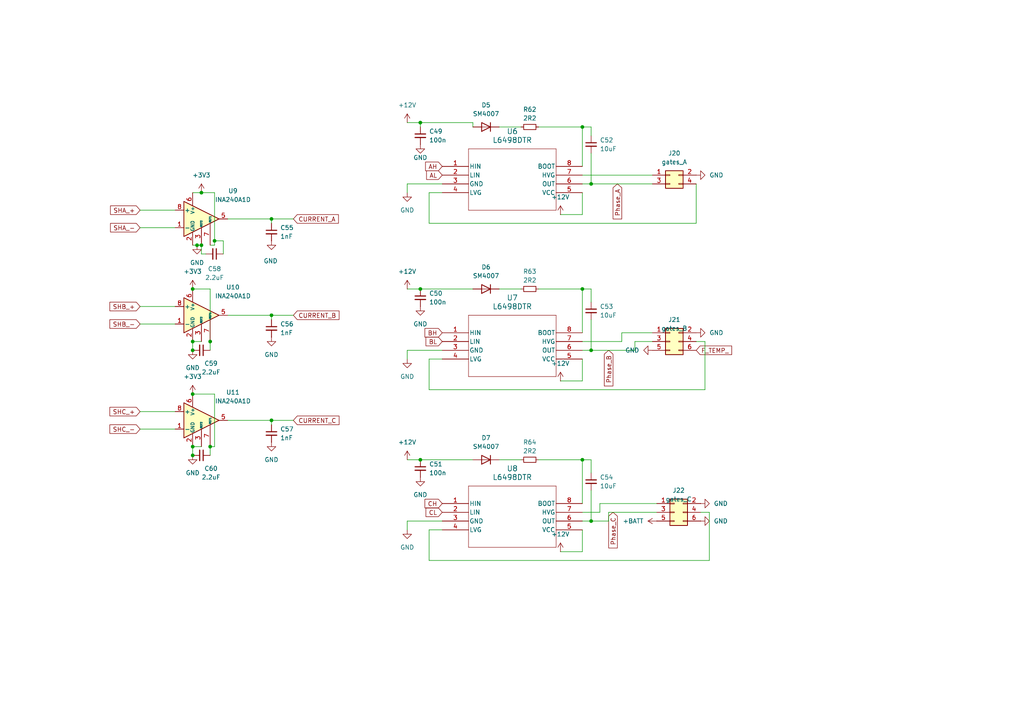
<source format=kicad_sch>
(kicad_sch (version 20231120) (generator "eeschema") (generator_version "8.0")
  (paper "A4")
  (lib_symbols
    (symbol "2024-07-24_06-31-23:L6498DTR" (pin_names (offset 0.254))
      (property "Reference" "U" (at 20.32 10.16 0))
      (property "Value" "L6498DTR" (at 20.32 7.62 0))
      (symbol "L6498DTR_0_1"
        (polyline (pts (xy 7.62 -12.7) (xy 33.02 -12.7)) (stroke (width 0.127)))
        (polyline (pts (xy 7.62 5.08) (xy 7.62 -12.7)) (stroke (width 0.127)))
        (polyline (pts (xy 33.02 -12.7) (xy 33.02 5.08)) (stroke (width 0.127)))
        (polyline (pts (xy 33.02 5.08) (xy 7.62 5.08)) (stroke (width 0.127)))
        (pin input line (at 0 0 0) (length 7.62) (name "HIN") (number "1"))
        (pin input line (at 0 -2.54 0) (length 7.62) (name "LIN") (number "2"))
        (pin power_out line (at 0 -5.08 0) (length 7.62) (name "GND") (number "3"))
        (pin output line (at 0 -7.62 0) (length 7.62) (name "LVG") (number "4"))
        (pin power_in line (at 40.64 -7.62 180) (length 7.62) (name "VCC") (number "5"))
        (pin output line (at 40.64 -5.08 180) (length 7.62) (name "OUT") (number "6"))
        (pin output line (at 40.64 -2.54 180) (length 7.62) (name "HVG") (number "7"))
        (pin power_in line (at 40.64 0 180) (length 7.62) (name "BOOT") (number "8"))
      )
    )
    (symbol "Amplifier_Current:INA240A1D" (pin_names (offset 0.127))
      (property "Reference" "U" (at 3.81 3.81 0))
      (property "Value" "INA240A1D" (at 3.81 -2.54 0))
      (symbol "INA240A1D_0_1"
        (polyline (pts (xy 5.08 0) (xy -5.08 5.08) (xy -5.08 -5.08) (xy 5.08 0)) (stroke (width 0.254)) (fill (type background)))
      )
      (symbol "INA240A1D_1_1"
        (pin input line (at -7.62 -2.54 0) (length 2.54) (name "-") (number "1"))
        (pin power_in line (at -2.54 -7.62 90) (length 3.81) (name "GND") (number "2"))
        (pin passive line (at 0 -7.62 90) (length 5.08) (name "REF2") (number "3"))
        (pin passive line (at -2.54 -7.62 90) (length 3.81) hide (name "GND") (number "4"))
        (pin output line (at 7.62 0 180) (length 2.54) (name "~") (number "5"))
        (pin power_in line (at -2.54 7.62 270) (length 3.81) (name "V+") (number "6"))
        (pin passive line (at 2.54 -7.62 90) (length 6.35) (name "REF1") (number "7"))
        (pin input line (at -7.62 2.54 0) (length 2.54) (name "+") (number "8"))
      )
    )
    (symbol "Connector_Generic:Conn_02x02_Odd_Even" (pin_names (offset 1.016) hide)
      (property "Reference" "J" (at 1.27 2.54 0))
      (property "Value" "Conn_02x02_Odd_Even" (at 1.27 -5.08 0))
      (symbol "Conn_02x02_Odd_Even_1_1"
        (rectangle (start -1.27 -2.413) (end 0 -2.667) (stroke (width 0.1524)))
        (rectangle (start -1.27 0.127) (end 0 -0.127) (stroke (width 0.1524)))
        (rectangle (start -1.27 1.27) (end 3.81 -3.81) (stroke (width 0.254)) (fill (type background)))
        (rectangle (start 3.81 -2.413) (end 2.54 -2.667) (stroke (width 0.1524)))
        (rectangle (start 3.81 0.127) (end 2.54 -0.127) (stroke (width 0.1524)))
        (pin passive line (at -5.08 0 0) (length 3.81) (name "Pin_1") (number "1"))
        (pin passive line (at 7.62 0 180) (length 3.81) (name "Pin_2") (number "2"))
        (pin passive line (at -5.08 -2.54 0) (length 3.81) (name "Pin_3") (number "3"))
        (pin passive line (at 7.62 -2.54 180) (length 3.81) (name "Pin_4") (number "4"))
      )
    )
    (symbol "Connector_Generic:Conn_02x03_Odd_Even" (pin_names (offset 1.016) hide)
      (property "Reference" "J" (at 1.27 5.08 0))
      (property "Value" "Conn_02x03_Odd_Even" (at 1.27 -5.08 0))
      (symbol "Conn_02x03_Odd_Even_1_1"
        (rectangle (start -1.27 -2.413) (end 0 -2.667) (stroke (width 0.1524)))
        (rectangle (start -1.27 0.127) (end 0 -0.127) (stroke (width 0.1524)))
        (rectangle (start -1.27 2.667) (end 0 2.413) (stroke (width 0.1524)))
        (rectangle (start -1.27 3.81) (end 3.81 -3.81) (stroke (width 0.254)) (fill (type background)))
        (rectangle (start 3.81 -2.413) (end 2.54 -2.667) (stroke (width 0.1524)))
        (rectangle (start 3.81 0.127) (end 2.54 -0.127) (stroke (width 0.1524)))
        (rectangle (start 3.81 2.667) (end 2.54 2.413) (stroke (width 0.1524)))
        (pin passive line (at -5.08 2.54 0) (length 3.81) (name "Pin_1") (number "1"))
        (pin passive line (at 7.62 2.54 180) (length 3.81) (name "Pin_2") (number "2"))
        (pin passive line (at -5.08 0 0) (length 3.81) (name "Pin_3") (number "3"))
        (pin passive line (at 7.62 0 180) (length 3.81) (name "Pin_4") (number "4"))
        (pin passive line (at -5.08 -2.54 0) (length 3.81) (name "Pin_5") (number "5"))
        (pin passive line (at 7.62 -2.54 180) (length 3.81) (name "Pin_6") (number "6"))
      )
    )
    (symbol "Device:C_Small" (pin_numbers hide) (pin_names (offset 0.254) hide)
      (property "Reference" "C" (at 0.254 1.778 0))
      (property "Value" "C_Small" (at 0.254 -2.032 0))
      (symbol "C_Small_0_1"
        (polyline (pts (xy -1.524 -0.508) (xy 1.524 -0.508)) (stroke (width 0.3302)))
        (polyline (pts (xy -1.524 0.508) (xy 1.524 0.508)) (stroke (width 0.3048)))
      )
      (symbol "C_Small_1_1"
        (pin passive line (at 0 2.54 270) (length 2.032) (name "~") (number "1"))
        (pin passive line (at 0 -2.54 90) (length 2.032) (name "~") (number "2"))
      )
    )
    (symbol "Device:R_Small" (pin_numbers hide) (pin_names (offset 0.254) hide)
      (property "Reference" "R" (at 0.762 0.508 0))
      (property "Value" "R_Small" (at 0.762 -1.016 0))
      (symbol "R_Small_0_1"
        (rectangle (start -0.762 1.778) (end 0.762 -1.778) (stroke (width 0.2032)))
      )
      (symbol "R_Small_1_1"
        (pin passive line (at 0 2.54 270) (length 0.762) (name "~") (number "1"))
        (pin passive line (at 0 -2.54 90) (length 0.762) (name "~") (number "2"))
      )
    )
    (symbol "Diode:SM4007" (pin_numbers hide) (pin_names hide)
      (property "Reference" "D" (at 0 2.54 0))
      (property "Value" "SM4007" (at 0 -2.54 0))
      (symbol "SM4007_0_1"
        (polyline (pts (xy -1.27 1.27) (xy -1.27 -1.27)) (stroke (width 0.254)))
        (polyline (pts (xy 1.27 0) (xy -1.27 0)))
        (polyline (pts (xy 1.27 1.27) (xy 1.27 -1.27) (xy -1.27 0) (xy 1.27 1.27)) (stroke (width 0.254)))
      )
      (symbol "SM4007_1_1"
        (pin passive line (at -3.81 0 0) (length 2.54) (name "K") (number "1"))
        (pin passive line (at 3.81 0 180) (length 2.54) (name "A") (number "2"))
      )
    )
    (symbol "power:+12V" (power) (pin_numbers hide) (pin_names (offset 0) hide)
      (property "Value" "+12V" (at 0 3.556 0))
      (symbol "+12V_0_1"
        (polyline (pts (xy -0.762 1.27) (xy 0 2.54)))
        (polyline (pts (xy 0 0) (xy 0 2.54)))
        (polyline (pts (xy 0 2.54) (xy 0.762 1.27)))
      )
      (symbol "+12V_1_1"
        (pin power_in line (at 0 0 90) (length 0) (name "~") (number "1"))
      )
    )
    (symbol "power:+3V3" (power) (pin_numbers hide) (pin_names (offset 0) hide)
      (property "Value" "+3V3" (at 0 3.556 0))
      (symbol "+3V3_0_1"
        (polyline (pts (xy -0.762 1.27) (xy 0 2.54)))
        (polyline (pts (xy 0 0) (xy 0 2.54)))
        (polyline (pts (xy 0 2.54) (xy 0.762 1.27)))
      )
      (symbol "+3V3_1_1"
        (pin power_in line (at 0 0 90) (length 0) (name "~") (number "1"))
      )
    )
    (symbol "power:+BATT" (power) (pin_numbers hide) (pin_names (offset 0) hide)
      (property "Value" "+BATT" (at 0 3.556 0))
      (symbol "+BATT_0_1"
        (polyline (pts (xy -0.762 1.27) (xy 0 2.54)))
        (polyline (pts (xy 0 0) (xy 0 2.54)))
        (polyline (pts (xy 0 2.54) (xy 0.762 1.27)))
      )
      (symbol "+BATT_1_1"
        (pin power_in line (at 0 0 90) (length 0) (name "~") (number "1"))
      )
    )
    (symbol "power:GND" (power) (pin_numbers hide) (pin_names (offset 0) hide)
      (property "Value" "GND" (at 0 -3.81 0))
      (symbol "GND_0_1"
        (polyline (pts (xy 0 0) (xy 0 -1.27) (xy 1.27 -1.27) (xy 0 -2.54) (xy -1.27 -1.27) (xy 0 -1.27)))
      )
      (symbol "GND_1_1"
        (pin power_in line (at 0 0 270) (length 0) (name "~") (number "1"))
      )
    )
  )
  (junction (at 55.88 114.3))
  (junction (at 78.74 121.92))
  (junction (at 58.42 55.88))
  (junction (at 55.88 99.06))
  (junction (at 121.92 83.82))
  (junction (at 60.96 129.54))
  (junction (at 78.74 91.44))
  (junction (at 168.91 83.82))
  (junction (at 57.15 71.12))
  (junction (at 121.92 133.35))
  (junction (at 58.42 71.12))
  (junction (at 78.74 63.5))
  (junction (at 60.96 99.06))
  (junction (at 168.91 36.83))
  (junction (at 171.45 101.6))
  (junction (at 55.88 83.82))
  (junction (at 55.88 132.08))
  (junction (at 55.88 129.54))
  (junction (at 171.45 53.34))
  (junction (at 55.88 101.6))
  (junction (at 62.23 69.85))
  (junction (at 168.91 133.35))
  (junction (at 171.45 151.13))
  (junction (at 121.92 35.56))
  (wire (pts (xy 124.46 55.88) (xy 128.27 55.88)))
  (wire (pts (xy 78.74 121.92) (xy 85.09 121.92)))
  (wire (pts (xy 60.96 83.82) (xy 55.88 83.82)))
  (wire (pts (xy 124.46 162.56) (xy 205.74 162.56)))
  (wire (pts (xy 78.74 63.5) (xy 78.74 64.77)))
  (wire (pts (xy 78.74 63.5) (xy 85.09 63.5)))
  (wire (pts (xy 205.74 148.59) (xy 205.74 162.56)))
  (wire (pts (xy 118.11 83.82) (xy 121.92 83.82)))
  (wire (pts (xy 171.45 36.83) (xy 171.45 39.37)))
  (wire (pts (xy 55.88 114.3) (xy 62.23 114.3)))
  (wire (pts (xy 62.23 69.85) (xy 62.23 71.12)))
  (wire (pts (xy 55.88 99.06) (xy 55.88 101.6)))
  (wire (pts (xy 184.15 99.06) (xy 184.15 101.6)))
  (wire (pts (xy 121.92 83.82) (xy 137.16 83.82)))
  (wire (pts (xy 156.21 83.82) (xy 168.91 83.82)))
  (wire (pts (xy 168.91 50.8) (xy 189.23 50.8)))
  (wire (pts (xy 62.23 71.12) (xy 60.96 71.12)))
  (wire (pts (xy 173.99 146.05) (xy 190.5 146.05)))
  (wire (pts (xy 168.91 99.06) (xy 180.34 99.06)))
  (wire (pts (xy 168.91 55.88) (xy 168.91 62.23)))
  (wire (pts (xy 62.23 129.54) (xy 60.96 129.54)))
  (wire (pts (xy 176.53 148.59) (xy 190.5 148.59)))
  (wire (pts (xy 204.47 99.06) (xy 204.47 113.03)))
  (wire (pts (xy 168.91 148.59) (xy 173.99 148.59)))
  (wire (pts (xy 55.88 129.54) (xy 58.42 129.54)))
  (wire (pts (xy 173.99 148.59) (xy 173.99 146.05)))
  (wire (pts (xy 124.46 64.77) (xy 201.93 64.77)))
  (wire (pts (xy 55.88 71.12) (xy 57.15 71.12)))
  (wire (pts (xy 64.77 69.85) (xy 64.77 73.66)))
  (wire (pts (xy 168.91 110.49) (xy 162.56 110.49)))
  (wire (pts (xy 66.04 63.5) (xy 78.74 63.5)))
  (wire (pts (xy 118.11 53.34) (xy 118.11 55.88)))
  (wire (pts (xy 40.64 88.9) (xy 50.8 88.9)))
  (wire (pts (xy 168.91 83.82) (xy 171.45 83.82)))
  (wire (pts (xy 176.53 151.13) (xy 171.45 151.13)))
  (wire (pts (xy 118.11 101.6) (xy 118.11 104.14)))
  (wire (pts (xy 62.23 69.85) (xy 64.77 69.85)))
  (wire (pts (xy 78.74 91.44) (xy 85.09 91.44)))
  (wire (pts (xy 137.16 35.56) (xy 137.16 36.83)))
  (wire (pts (xy 144.78 133.35) (xy 151.13 133.35)))
  (wire (pts (xy 168.91 151.13) (xy 171.45 151.13)))
  (wire (pts (xy 57.15 71.12) (xy 58.42 71.12)))
  (wire (pts (xy 171.45 133.35) (xy 171.45 137.16)))
  (wire (pts (xy 124.46 113.03) (xy 204.47 113.03)))
  (wire (pts (xy 168.91 153.67) (xy 168.91 160.02)))
  (wire (pts (xy 40.64 124.46) (xy 50.8 124.46)))
  (wire (pts (xy 176.53 151.13) (xy 176.53 148.59)))
  (wire (pts (xy 168.91 36.83) (xy 171.45 36.83)))
  (wire (pts (xy 168.91 133.35) (xy 168.91 146.05)))
  (wire (pts (xy 118.11 151.13) (xy 118.11 153.67)))
  (wire (pts (xy 168.91 160.02) (xy 162.56 160.02)))
  (wire (pts (xy 78.74 91.44) (xy 78.74 92.71)))
  (wire (pts (xy 171.45 53.34) (xy 189.23 53.34)))
  (wire (pts (xy 60.96 99.06) (xy 60.96 83.82)))
  (wire (pts (xy 121.92 35.56) (xy 121.92 36.83)))
  (wire (pts (xy 124.46 153.67) (xy 128.27 153.67)))
  (wire (pts (xy 168.91 133.35) (xy 171.45 133.35)))
  (wire (pts (xy 156.21 36.83) (xy 168.91 36.83)))
  (wire (pts (xy 201.93 99.06) (xy 204.47 99.06)))
  (wire (pts (xy 168.91 62.23) (xy 162.56 62.23)))
  (wire (pts (xy 189.23 99.06) (xy 184.15 99.06)))
  (wire (pts (xy 124.46 104.14) (xy 128.27 104.14)))
  (wire (pts (xy 118.11 133.35) (xy 121.92 133.35)))
  (wire (pts (xy 60.96 99.06) (xy 60.96 101.6)))
  (wire (pts (xy 180.34 99.06) (xy 180.34 96.52)))
  (wire (pts (xy 121.92 35.56) (xy 137.16 35.56)))
  (wire (pts (xy 40.64 66.04) (xy 50.8 66.04)))
  (wire (pts (xy 55.88 129.54) (xy 55.88 132.08)))
  (wire (pts (xy 144.78 83.82) (xy 151.13 83.82)))
  (wire (pts (xy 60.96 129.54) (xy 60.96 132.08)))
  (wire (pts (xy 184.15 101.6) (xy 171.45 101.6)))
  (wire (pts (xy 121.92 133.35) (xy 137.16 133.35)))
  (wire (pts (xy 58.42 71.12) (xy 58.42 73.66)))
  (wire (pts (xy 168.91 53.34) (xy 171.45 53.34)))
  (wire (pts (xy 180.34 96.52) (xy 189.23 96.52)))
  (wire (pts (xy 168.91 101.6) (xy 171.45 101.6)))
  (wire (pts (xy 40.64 93.98) (xy 50.8 93.98)))
  (wire (pts (xy 201.93 53.34) (xy 201.93 64.77)))
  (wire (pts (xy 168.91 36.83) (xy 168.91 48.26)))
  (wire (pts (xy 55.88 99.06) (xy 58.42 99.06)))
  (wire (pts (xy 78.74 121.92) (xy 78.74 123.19)))
  (wire (pts (xy 40.64 60.96) (xy 50.8 60.96)))
  (wire (pts (xy 118.11 35.56) (xy 121.92 35.56)))
  (wire (pts (xy 171.45 142.24) (xy 171.45 151.13)))
  (wire (pts (xy 171.45 83.82) (xy 171.45 87.63)))
  (wire (pts (xy 168.91 83.82) (xy 168.91 96.52)))
  (wire (pts (xy 128.27 53.34) (xy 118.11 53.34)))
  (wire (pts (xy 62.23 55.88) (xy 58.42 55.88)))
  (wire (pts (xy 171.45 44.45) (xy 171.45 53.34)))
  (wire (pts (xy 156.21 133.35) (xy 168.91 133.35)))
  (wire (pts (xy 128.27 101.6) (xy 118.11 101.6)))
  (wire (pts (xy 128.27 151.13) (xy 118.11 151.13)))
  (wire (pts (xy 62.23 55.88) (xy 62.23 69.85)))
  (wire (pts (xy 58.42 73.66) (xy 59.69 73.66)))
  (wire (pts (xy 124.46 104.14) (xy 124.46 113.03)))
  (wire (pts (xy 124.46 162.56) (xy 124.46 153.67)))
  (wire (pts (xy 58.42 55.88) (xy 55.88 55.88)))
  (wire (pts (xy 62.23 114.3) (xy 62.23 129.54)))
  (wire (pts (xy 40.64 119.38) (xy 50.8 119.38)))
  (wire (pts (xy 124.46 64.77) (xy 124.46 55.88)))
  (wire (pts (xy 144.78 36.83) (xy 151.13 36.83)))
  (wire (pts (xy 168.91 104.14) (xy 168.91 110.49)))
  (wire (pts (xy 66.04 121.92) (xy 78.74 121.92)))
  (wire (pts (xy 66.04 91.44) (xy 78.74 91.44)))
  (wire (pts (xy 203.2 148.59) (xy 205.74 148.59)))
  (wire (pts (xy 171.45 92.71) (xy 171.45 101.6)))
  (global_label "CURRENT_A" (shape input) (at 85.09 63.5 0) (property "Intersheetrefs" "${INTERSHEET_REFS}" (effects (hide yes))))
  (global_label "CURRENT_C" (shape input) (at 85.09 121.92 0) (property "Intersheetrefs" "${INTERSHEET_REFS}" (effects (hide yes))))
  (global_label "CL" (shape input) (at 128.27 148.59 180) (property "Intersheetrefs" "${INTERSHEET_REFS}" (effects (hide yes))))
  (global_label "SHC_+" (shape input) (at 40.64 119.38 180) (property "Intersheetrefs" "${INTERSHEET_REFS}" (effects (hide yes))))
  (global_label "Phase_B" (shape input) (at 176.53 101.6 270) (property "Intersheetrefs" "${INTERSHEET_REFS}" (effects (hide yes))))
  (global_label "AL" (shape input) (at 128.27 50.8 180) (property "Intersheetrefs" "${INTERSHEET_REFS}" (effects (hide yes))))
  (global_label "SHB_-" (shape input) (at 40.64 93.98 180) (property "Intersheetrefs" "${INTERSHEET_REFS}" (effects (hide yes))))
  (global_label "SHC_-" (shape input) (at 40.64 124.46 180) (property "Intersheetrefs" "${INTERSHEET_REFS}" (effects (hide yes))))
  (global_label "CURRENT_B" (shape input) (at 85.09 91.44 0) (property "Intersheetrefs" "${INTERSHEET_REFS}" (effects (hide yes))))
  (global_label "BL" (shape input) (at 128.27 99.06 180) (property "Intersheetrefs" "${INTERSHEET_REFS}" (effects (hide yes))))
  (global_label "SHA_-" (shape input) (at 40.64 66.04 180) (property "Intersheetrefs" "${INTERSHEET_REFS}" (effects (hide yes))))
  (global_label "SHA_+" (shape input) (at 40.64 60.96 180) (property "Intersheetrefs" "${INTERSHEET_REFS}" (effects (hide yes))))
  (global_label "AH" (shape input) (at 128.27 48.26 180) (property "Intersheetrefs" "${INTERSHEET_REFS}" (effects (hide yes))))
  (global_label "Phase_A" (shape input) (at 179.07 53.34 270) (property "Intersheetrefs" "${INTERSHEET_REFS}" (effects (hide yes))))
  (global_label "BH" (shape input) (at 128.27 96.52 180) (property "Intersheetrefs" "${INTERSHEET_REFS}" (effects (hide yes))))
  (global_label "Phase_C" (shape input) (at 177.8 148.59 270) (property "Intersheetrefs" "${INTERSHEET_REFS}" (effects (hide yes))))
  (global_label "CH" (shape input) (at 128.27 146.05 180) (property "Intersheetrefs" "${INTERSHEET_REFS}" (effects (hide yes))))
  (global_label "SHB_+" (shape input) (at 40.64 88.9 180) (property "Intersheetrefs" "${INTERSHEET_REFS}" (effects (hide yes))))
  (global_label "F_TEMP_" (shape input) (at 201.93 101.6 0) (property "Intersheetrefs" "${INTERSHEET_REFS}" (effects (hide yes))))
  (symbol (lib_id "power:GND") (at 78.74 97.79 0) (unit 1)
    (property "Reference" "#PWR094" (effects (hide yes)))
    (property "Value" "GND" (at 78.74 102.87 0))
    (property "Description" "Power symbol creates a global label with name \"GND\" , ground" (effects (hide yes)))
  )
  (symbol (lib_id "Device:C_Small") (at 121.92 39.37 0) (unit 1)
    (property "Reference" "C49" (at 124.46 38.1062 0) (effects (justify left)))
    (property "Value" "100n" (at 124.46 40.6462 0) (effects (justify left)))
    (property "Footprint" "Capacitor_SMD:C_0603_1608Metric" (effects (hide yes)))
    (property "Description" "Unpolarized capacitor, small symbol" (effects (hide yes)))
    (property "LCSC" "C14663" (effects (hide yes)))
  )
  (symbol (lib_id "power:+12V") (at 162.56 160.02 0) (unit 1)
    (property "Reference" "#PWR086" (effects (hide yes)))
    (property "Value" "+12V" (at 162.56 154.94 0))
    (property "Description" "Power symbol creates a global label with name \"+12V\"" (effects (hide yes)))
  )
  (symbol (lib_id "power:+3V3") (at 55.88 114.3 0) (unit 1)
    (property "Reference" "#PWR091" (effects (hide yes)))
    (property "Value" "+3V3" (at 55.88 109.22 0))
    (property "Description" "Power symbol creates a global label with name \"+3V3\"" (effects (hide yes)))
  )
  (symbol (lib_id "power:GND") (at 121.92 138.43 0) (unit 1)
    (property "Reference" "#PWR083" (effects (hide yes)))
    (property "Value" "GND" (at 121.92 143.51 0))
    (property "Description" "Power symbol creates a global label with name \"GND\" , ground" (effects (hide yes)))
  )
  (symbol (lib_id "Device:C_Small") (at 121.92 86.36 0) (unit 1)
    (property "Reference" "C50" (at 124.46 85.0962 0) (effects (justify left)))
    (property "Value" "100n" (at 124.46 87.6362 0) (effects (justify left)))
    (property "Footprint" "Capacitor_SMD:C_0603_1608Metric" (effects (hide yes)))
    (property "Description" "Unpolarized capacitor, small symbol" (effects (hide yes)))
    (property "LCSC" " C14663" (effects (hide yes)))
  )
  (symbol (lib_id "Device:C_Small") (at 171.45 41.91 0) (unit 1)
    (property "Reference" "C52" (at 173.99 40.6462 0) (effects (justify left)))
    (property "Value" "10uF" (at 173.99 43.1862 0) (effects (justify left)))
    (property "Footprint" "Capacitor_SMD:C_0603_1608Metric" (effects (hide yes)))
    (property "Description" "Unpolarized capacitor, small symbol" (effects (hide yes)))
    (property "LCSC" " C96446" (effects (hide yes)))
  )
  (symbol (lib_id "Device:R_Small") (at 153.67 36.83 90) (unit 1)
    (property "Reference" "R62" (at 153.67 31.75 90))
    (property "Value" "2R2" (at 153.67 34.29 90))
    (property "Footprint" "Resistor_SMD:R_0603_1608Metric" (effects (hide yes)))
    (property "Description" "Resistor, small symbol" (effects (hide yes)))
    (property "LCSC" " C22939" (effects (hide yes)))
  )
  (symbol (lib_id "Connector_Generic:Conn_02x02_Odd_Even") (at 194.31 50.8 0) (unit 1)
    (property "Reference" "J20" (at 195.58 44.45 0))
    (property "Value" "gates_A" (at 195.58 46.99 0))
    (property "Footprint" "Connector_PinHeader_2.00mm:PinHeader_2x02_P2.00mm_Vertical_SMD" (effects (hide yes)))
    (property "Description" "Generic connector, double row, 02x02, odd/even pin numbering scheme (row 1 odd numbers, row 2 even numbers), script generated (kicad-library-utils/schlib/autogen/connector/)" (effects (hide yes)))
  )
  (symbol (lib_id "Device:R_Small") (at 153.67 133.35 90) (unit 1)
    (property "Reference" "R64" (at 153.67 128.27 90))
    (property "Value" "2R2" (at 153.67 130.81 90))
    (property "Footprint" "Resistor_SMD:R_0603_1608Metric" (effects (hide yes)))
    (property "Description" "Resistor, small symbol" (effects (hide yes)))
    (property "LCSC" " C22939" (effects (hide yes)))
  )
  (symbol (lib_id "power:GND") (at 203.2 146.05 90) (unit 1)
    (property "Reference" "#PWR092" (effects (hide yes)))
    (property "Value" "GND" (at 207.01 146.0499 90) (effects (justify right)))
    (property "Description" "Power symbol creates a global label with name \"GND\" , ground" (effects (hide yes)))
  )
  (symbol (lib_id "Connector_Generic:Conn_02x03_Odd_Even") (at 195.58 148.59 0) (unit 1)
    (property "Reference" "J22" (at 196.85 142.24 0))
    (property "Value" "gates_C" (at 196.85 144.78 0))
    (property "Footprint" "Connector_PinSocket_2.00mm:PinSocket_2x03_P2.00mm_Vertical_SMD" (effects (hide yes)))
    (property "Description" "Generic connector, double row, 02x03, odd/even pin numbering scheme (row 1 odd numbers, row 2 even numbers), script generated (kicad-library-utils/schlib/autogen/connector/)" (effects (hide yes)))
  )
  (symbol (lib_id "2024-07-24_06-31-23:L6498DTR") (at 128.27 96.52 0) (unit 1)
    (property "Reference" "U7" (at 148.59 86.36 0) (effects (font (size 1.524 1.524))))
    (property "Value" "L6498DTR" (at 148.59 88.9 0) (effects (font (size 1.524 1.524))))
    (property "Footprint" "lcsc:SOIC-8_L4.9-W3.9-P1.27-LS6.0-BL" (effects (hide yes)))
    (property "Datasheet" "L6498DTR" (effects (hide yes)))
    (property "LCSC" "C500658" (effects (hide yes)))
  )
  (symbol (lib_id "Device:C_Small") (at 78.74 95.25 0) (unit 1)
    (property "Reference" "C56" (at 81.28 93.9862 0) (effects (justify left)))
    (property "Value" "1nF" (at 81.28 96.5262 0) (effects (justify left)))
    (property "Footprint" "Capacitor_SMD:C_0603_1608Metric" (effects (hide yes)))
    (property "Description" "Unpolarized capacitor, small symbol" (effects (hide yes)))
    (property "LCSC" " C1588" (effects (hide yes)))
  )
  (symbol (lib_id "Device:C_Small") (at 78.74 67.31 0) (unit 1)
    (property "Reference" "C55" (at 81.28 66.0462 0) (effects (justify left)))
    (property "Value" "1nF" (at 81.28 68.5862 0) (effects (justify left)))
    (property "Footprint" "Capacitor_SMD:C_0603_1608Metric" (effects (hide yes)))
    (property "Description" "Unpolarized capacitor, small symbol" (effects (hide yes)))
    (property "LCSC" " C1588" (effects (hide yes)))
  )
  (symbol (lib_id "Device:C_Small") (at 171.45 139.7 0) (unit 1)
    (property "Reference" "C54" (at 173.99 138.4362 0) (effects (justify left)))
    (property "Value" "10uF" (at 173.99 140.9762 0) (effects (justify left)))
    (property "Footprint" "Capacitor_SMD:C_0603_1608Metric" (effects (hide yes)))
    (property "Description" "Unpolarized capacitor, small symbol" (effects (hide yes)))
    (property "LCSC" " C96446" (effects (hide yes)))
  )
  (symbol (lib_id "power:GND") (at 118.11 55.88 0) (unit 1)
    (property "Reference" "#PWR076" (effects (hide yes)))
    (property "Value" "GND" (at 118.11 60.96 0))
    (property "Description" "Power symbol creates a global label with name \"GND\" , ground" (effects (hide yes)))
  )
  (symbol (lib_id "power:+12V") (at 162.56 62.23 0) (unit 1)
    (property "Reference" "#PWR084" (effects (hide yes)))
    (property "Value" "+12V" (at 162.56 57.15 0))
    (property "Description" "Power symbol creates a global label with name \"+12V\"" (effects (hide yes)))
  )
  (symbol (lib_id "power:+3V3") (at 58.42 55.88 0) (unit 1)
    (property "Reference" "#PWR0101" (effects (hide yes)))
    (property "Value" "+3V3" (at 58.42 50.8 0))
    (property "Description" "Power symbol creates a global label with name \"+3V3\"" (effects (hide yes)))
  )
  (symbol (lib_id "power:GND") (at 55.88 101.6 0) (unit 1)
    (property "Reference" "#PWR087" (effects (hide yes)))
    (property "Value" "GND" (at 55.88 106.68 0))
    (property "Description" "Power symbol creates a global label with name \"GND\" , ground" (effects (hide yes)))
  )
  (symbol (lib_id "Connector_Generic:Conn_02x03_Odd_Even") (at 194.31 99.06 0) (unit 1)
    (property "Reference" "J21" (at 195.58 92.71 0))
    (property "Value" "gates_B" (at 195.58 95.25 0))
    (property "Footprint" "Connector_PinSocket_2.00mm:PinSocket_2x03_P2.00mm_Vertical_SMD" (effects (hide yes)))
    (property "Description" "Generic connector, double row, 02x03, odd/even pin numbering scheme (row 1 odd numbers, row 2 even numbers), script generated (kicad-library-utils/schlib/autogen/connector/)" (effects (hide yes)))
  )
  (symbol (lib_id "power:GND") (at 203.2 151.13 90) (unit 1)
    (property "Reference" "#PWR088" (effects (hide yes)))
    (property "Value" "GND" (at 207.01 151.1299 90) (effects (justify right)))
    (property "Description" "Power symbol creates a global label with name \"GND\" , ground" (effects (hide yes)))
  )
  (symbol (lib_id "Amplifier_Current:INA240A1D") (at 58.42 121.92 0) (unit 1)
    (property "Reference" "U11" (at 67.564 113.792 0))
    (property "Value" "INA240A1D" (at 67.564 116.332 0))
    (property "Footprint" "Package_SO:SOIC-8_3.9x4.9mm_P1.27mm" (effects (hide yes)))
    (property "Datasheet" "http://www.ti.com/lit/ds/symlink/ina240.pdf" (effects (hide yes)))
    (property "Description" "High- and Low-Side, Bidirectional, Zero-Drift, Current-Sense Amplifier With Enhanced PWM Rejection, 20V/V, SOIC-8" (effects (hide yes)))
  )
  (symbol (lib_id "Device:C_Small") (at 62.23 73.66 270) (unit 1)
    (property "Reference" "C58" (at 62.23 77.978 90))
    (property "Value" "2.2uF" (at 62.23 80.518 90))
    (property "Footprint" "Capacitor_SMD:C_0603_1608Metric" (effects (hide yes)))
    (property "Description" "Unpolarized capacitor, small symbol" (effects (hide yes)))
  )
  (symbol (lib_id "power:+12V") (at 118.11 133.35 0) (unit 1)
    (property "Reference" "#PWR079" (effects (hide yes)))
    (property "Value" "+12V" (at 118.11 128.27 0))
    (property "Description" "Power symbol creates a global label with name \"+12V\"" (effects (hide yes)))
  )
  (symbol (lib_id "power:GND") (at 118.11 104.14 0) (unit 1)
    (property "Reference" "#PWR078" (effects (hide yes)))
    (property "Value" "GND" (at 118.11 109.22 0))
    (property "Description" "Power symbol creates a global label with name \"GND\" , ground" (effects (hide yes)))
  )
  (symbol (lib_id "power:GND") (at 201.93 96.52 90) (unit 1)
    (property "Reference" "#PWR0104" (effects (hide yes)))
    (property "Value" "GND" (at 205.74 96.5199 90) (effects (justify right)))
    (property "Description" "Power symbol creates a global label with name \"GND\" , ground" (effects (hide yes)))
  )
  (symbol (lib_id "power:GND") (at 118.11 153.67 0) (unit 1)
    (property "Reference" "#PWR080" (effects (hide yes)))
    (property "Value" "GND" (at 118.11 158.75 0))
    (property "Description" "Power symbol creates a global label with name \"GND\" , ground" (effects (hide yes)))
  )
  (symbol (lib_id "power:GND") (at 57.15 71.12 0) (unit 1)
    (property "Reference" "#PWR0102" (effects (hide yes)))
    (property "Value" "GND" (at 57.15 76.2 0))
    (property "Description" "Power symbol creates a global label with name \"GND\" , ground" (effects (hide yes)))
  )
  (symbol (lib_id "power:GND") (at 201.93 50.8 90) (unit 1)
    (property "Reference" "#PWR0105" (effects (hide yes)))
    (property "Value" "GND" (at 205.74 50.7999 90) (effects (justify right)))
    (property "Description" "Power symbol creates a global label with name \"GND\" , ground" (effects (hide yes)))
  )
  (symbol (lib_id "Amplifier_Current:INA240A1D") (at 58.42 63.5 0) (unit 1)
    (property "Reference" "U9" (at 67.564 55.372 0))
    (property "Value" "INA240A1D" (at 67.564 57.912 0))
    (property "Footprint" "Package_SO:SOIC-8_3.9x4.9mm_P1.27mm" (effects (hide yes)))
    (property "Datasheet" "http://www.ti.com/lit/ds/symlink/ina240.pdf" (effects (hide yes)))
    (property "Description" "High- and Low-Side, Bidirectional, Zero-Drift, Current-Sense Amplifier With Enhanced PWM Rejection, 20V/V, SOIC-8" (effects (hide yes)))
  )
  (symbol (lib_id "2024-07-24_06-31-23:L6498DTR") (at 128.27 146.05 0) (unit 1)
    (property "Reference" "U8" (at 148.59 135.89 0) (effects (font (size 1.524 1.524))))
    (property "Value" "L6498DTR" (at 148.59 138.43 0) (effects (font (size 1.524 1.524))))
    (property "Footprint" "lcsc:SOIC-8_L4.9-W3.9-P1.27-LS6.0-BL" (effects (hide yes)))
    (property "Datasheet" "L6498DTR" (effects (hide yes)))
    (property "LCSC" "C500658" (effects (hide yes)))
  )
  (symbol (lib_id "power:GND") (at 121.92 41.91 0) (unit 1)
    (property "Reference" "#PWR081" (effects (hide yes)))
    (property "Value" "GND" (at 121.92 45.72 0))
    (property "Description" "Power symbol creates a global label with name \"GND\" , ground" (effects (hide yes)))
  )
  (symbol (lib_id "2024-07-24_06-31-23:L6498DTR") (at 128.27 48.26 0) (unit 1)
    (property "Reference" "U6" (at 148.59 38.1 0) (effects (font (size 1.524 1.524))))
    (property "Value" "L6498DTR" (at 148.59 40.64 0) (effects (font (size 1.524 1.524))))
    (property "Footprint" "lcsc:SOIC-8_L4.9-W3.9-P1.27-LS6.0-BL" (effects (hide yes)))
    (property "Datasheet" "L6498DTR" (effects (hide yes)))
    (property "LCSC" "C500658" (effects (hide yes)))
  )
  (symbol (lib_id "Diode:SM4007") (at 140.97 83.82 180) (unit 1)
    (property "Reference" "D6" (at 140.97 77.47 0))
    (property "Value" "SM4007" (at 140.97 80.01 0))
    (property "Footprint" "Diode_SMD:D_MELF" (effects (hide yes)))
    (property "Datasheet" "http://cdn-reichelt.de/documents/datenblatt/A400/SMD1N400%23DIO.pdf" (effects (hide yes)))
    (property "Description" "1000V 1A General Purpose Rectifier Diode, MELF" (effects (hide yes)))
    (property "Sim.Device" "D" (effects (hide yes)))
    (property "Sim.Pins" "1=K 2=A" (effects (hide yes)))
    (property "LCSC" " C412437" (effects (hide yes)))
  )
  (symbol (lib_id "Device:C_Small") (at 171.45 90.17 0) (unit 1)
    (property "Reference" "C53" (at 173.99 88.9062 0) (effects (justify left)))
    (property "Value" "10uF" (at 173.99 91.4462 0) (effects (justify left)))
    (property "Footprint" "Capacitor_SMD:C_0603_1608Metric" (effects (hide yes)))
    (property "Description" "Unpolarized capacitor, small symbol" (effects (hide yes)))
    (property "LCSC" " C96446" (effects (hide yes)))
  )
  (symbol (lib_id "power:GND") (at 78.74 69.85 0) (unit 1)
    (property "Reference" "#PWR093" (effects (hide yes)))
    (property "Value" "GND" (at 78.486 75.692 0))
    (property "Description" "Power symbol creates a global label with name \"GND\" , ground" (effects (hide yes)))
  )
  (symbol (lib_id "Device:C_Small") (at 78.74 125.73 0) (unit 1)
    (property "Reference" "C57" (at 81.28 124.4662 0) (effects (justify left)))
    (property "Value" "1nF" (at 81.28 127.0062 0) (effects (justify left)))
    (property "Footprint" "Capacitor_SMD:C_0603_1608Metric" (effects (hide yes)))
    (property "Description" "Unpolarized capacitor, small symbol" (effects (hide yes)))
    (property "LCSC" " C1588" (effects (hide yes)))
  )
  (symbol (lib_id "power:GND") (at 78.74 128.27 0) (unit 1)
    (property "Reference" "#PWR095" (effects (hide yes)))
    (property "Value" "GND" (at 78.74 133.35 0))
    (property "Description" "Power symbol creates a global label with name \"GND\" , ground" (effects (hide yes)))
  )
  (symbol (lib_id "Device:C_Small") (at 58.42 101.6 270) (unit 1)
    (property "Reference" "C59" (at 61.214 105.41 90))
    (property "Value" "2.2uF" (at 61.214 107.95 90))
    (property "Footprint" "Capacitor_SMD:C_0603_1608Metric" (effects (hide yes)))
    (property "Description" "Unpolarized capacitor, small symbol" (effects (hide yes)))
  )
  (symbol (lib_id "Device:C_Small") (at 121.92 135.89 0) (unit 1)
    (property "Reference" "C51" (at 124.46 134.6262 0) (effects (justify left)))
    (property "Value" "100n" (at 124.46 137.1662 0) (effects (justify left)))
    (property "Footprint" "Capacitor_SMD:C_0603_1608Metric" (effects (hide yes)))
    (property "Description" "Unpolarized capacitor, small symbol" (effects (hide yes)))
    (property "LCSC" " C14663" (effects (hide yes)))
  )
  (symbol (lib_id "Diode:SM4007") (at 140.97 133.35 180) (unit 1)
    (property "Reference" "D7" (at 140.97 127 0))
    (property "Value" "SM4007" (at 140.97 129.54 0))
    (property "Footprint" "Diode_SMD:D_MELF" (effects (hide yes)))
    (property "Datasheet" "http://cdn-reichelt.de/documents/datenblatt/A400/SMD1N400%23DIO.pdf" (effects (hide yes)))
    (property "Description" "1000V 1A General Purpose Rectifier Diode, MELF" (effects (hide yes)))
    (property "Sim.Device" "D" (effects (hide yes)))
    (property "Sim.Pins" "1=K 2=A" (effects (hide yes)))
    (property "LCSC" " C412437" (effects (hide yes)))
  )
  (symbol (lib_id "power:GND") (at 189.23 101.6 270) (unit 1)
    (property "Reference" "#PWR0119" (effects (hide yes)))
    (property "Value" "GND" (at 185.42 101.5999 90) (effects (justify right)))
    (property "Description" "Power symbol creates a global label with name \"GND\" , ground" (effects (hide yes)))
  )
  (symbol (lib_id "power:+12V") (at 118.11 35.56 0) (unit 1)
    (property "Reference" "#PWR075" (effects (hide yes)))
    (property "Value" "+12V" (at 118.11 30.48 0))
    (property "Description" "Power symbol creates a global label with name \"+12V\"" (effects (hide yes)))
  )
  (symbol (lib_id "Device:C_Small") (at 58.42 132.08 270) (unit 1)
    (property "Reference" "C60" (at 61.214 135.89 90))
    (property "Value" "2.2uF" (at 61.214 138.43 90))
    (property "Footprint" "Capacitor_SMD:C_0603_1608Metric" (effects (hide yes)))
    (property "Description" "Unpolarized capacitor, small symbol" (effects (hide yes)))
  )
  (symbol (lib_id "power:+12V") (at 162.56 110.49 0) (unit 1)
    (property "Reference" "#PWR085" (effects (hide yes)))
    (property "Value" "+12V" (at 162.56 105.41 0))
    (property "Description" "Power symbol creates a global label with name \"+12V\"" (effects (hide yes)))
  )
  (symbol (lib_id "power:+12V") (at 118.11 83.82 0) (unit 1)
    (property "Reference" "#PWR077" (effects (hide yes)))
    (property "Value" "+12V" (at 118.11 78.74 0))
    (property "Description" "Power symbol creates a global label with name \"+12V\"" (effects (hide yes)))
  )
  (symbol (lib_id "Device:R_Small") (at 153.67 83.82 90) (unit 1)
    (property "Reference" "R63" (at 153.67 78.74 90))
    (property "Value" "2R2" (at 153.67 81.28 90))
    (property "Footprint" "Resistor_SMD:R_0603_1608Metric" (effects (hide yes)))
    (property "Description" "Resistor, small symbol" (effects (hide yes)))
    (property "LCSC" " C22939" (effects (hide yes)))
  )
  (symbol (lib_id "power:+3V3") (at 55.88 83.82 0) (unit 1)
    (property "Reference" "#PWR089" (effects (hide yes)))
    (property "Value" "+3V3" (at 55.88 78.74 0))
    (property "Description" "Power symbol creates a global label with name \"+3V3\"" (effects (hide yes)))
  )
  (symbol (lib_id "Amplifier_Current:INA240A1D") (at 58.42 91.44 0) (unit 1)
    (property "Reference" "U10" (at 67.564 83.312 0))
    (property "Value" "INA240A1D" (at 67.564 85.852 0))
    (property "Footprint" "Package_SO:SOIC-8_3.9x4.9mm_P1.27mm" (effects (hide yes)))
    (property "Datasheet" "http://www.ti.com/lit/ds/symlink/ina240.pdf" (effects (hide yes)))
    (property "Description" "High- and Low-Side, Bidirectional, Zero-Drift, Current-Sense Amplifier With Enhanced PWM Rejection, 20V/V, SOIC-8" (effects (hide yes)))
  )
  (symbol (lib_id "power:GND") (at 55.88 132.08 0) (unit 1)
    (property "Reference" "#PWR0103" (effects (hide yes)))
    (property "Value" "GND" (at 55.88 137.16 0))
    (property "Description" "Power symbol creates a global label with name \"GND\" , ground" (effects (hide yes)))
  )
  (symbol (lib_id "power:GND") (at 121.92 88.9 0) (unit 1)
    (property "Reference" "#PWR082" (effects (hide yes)))
    (property "Value" "GND" (at 121.92 93.98 0))
    (property "Description" "Power symbol creates a global label with name \"GND\" , ground" (effects (hide yes)))
  )
  (symbol (lib_id "Diode:SM4007") (at 140.97 36.83 180) (unit 1)
    (property "Reference" "D5" (at 140.97 30.48 0))
    (property "Value" "SM4007" (at 140.97 33.02 0))
    (property "Footprint" "Diode_SMD:D_MELF" (effects (hide yes)))
    (property "Datasheet" "http://cdn-reichelt.de/documents/datenblatt/A400/SMD1N400%23DIO.pdf" (effects (hide yes)))
    (property "Description" "1000V 1A General Purpose Rectifier Diode, MELF" (effects (hide yes)))
    (property "Sim.Device" "D" (effects (hide yes)))
    (property "Sim.Pins" "1=K 2=A" (effects (hide yes)))
    (property "LCSC" " C412437" (effects (hide yes)))
  )
  (symbol (lib_id "power:+BATT") (at 190.5 151.13 90) (unit 1)
    (property "Reference" "#PWR090" (effects (hide yes)))
    (property "Value" "+BATT" (at 186.69 151.1299 90) (effects (justify left)))
    (property "Description" "Power symbol creates a global label with name \"+BATT\"" (effects (hide yes)))
  )
)
</source>
